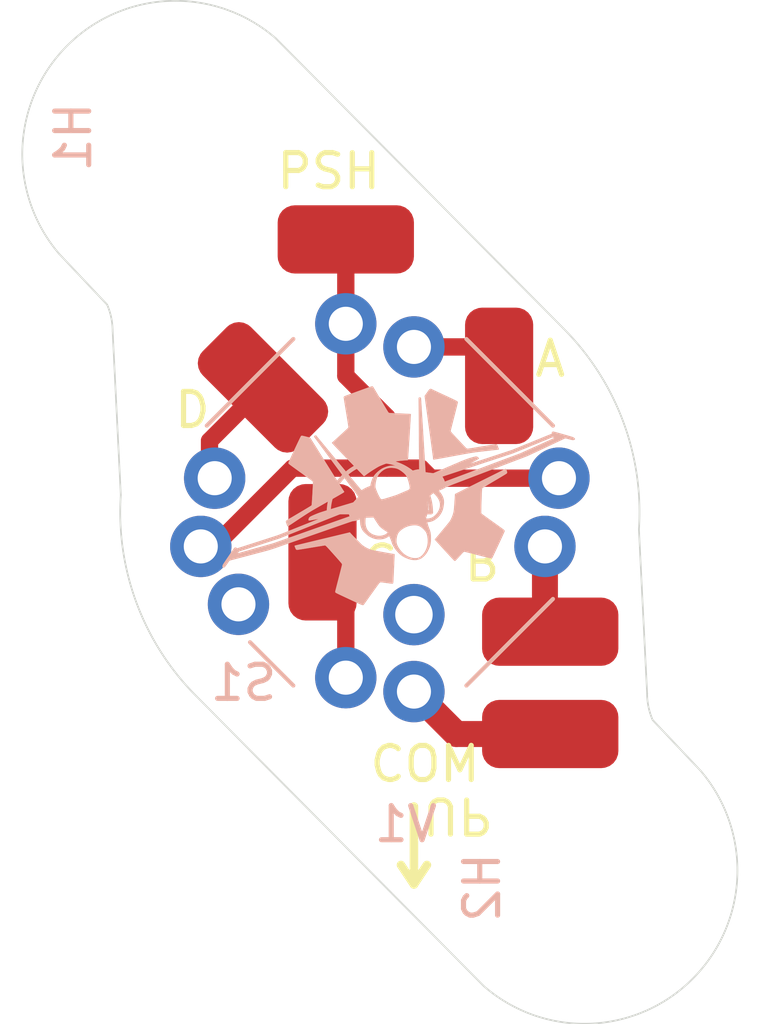
<source format=kicad_pcb>
(kicad_pcb (version 20221018) (generator pcbnew)
  (layers (0 "F.Cu" signal) (31 "B.Cu" signal) (34 "B.Paste" user) (35 "F.Paste" user) (36 "B.SilkS" user "B.Silkscreen") (37 "F.SilkS" user "F.Silkscreen") (38 "B.Mask" user) (39 "F.Mask" user) (44 "Edge.Cuts" user))
  (net 0 "")
  (net 1 "Net-(J1-Pad1)")
  (net 2 "Net-(J2-Pad1)")
  (net 3 "Net-(J3-Pad1)")
  (net 4 "Net-(J4-Pad1)")
  (net 5 "Net-(J5-Pad1)")
  (net 6 "Net-(J6-Pad1)")
  (footprint "KiCAD_Libraries:SolderWirePad_1x01_SMD_2x4mm" (layer "F.Cu") (at 121.340999 97.940999 180)
    (fp_text reference "J1" hide)
    (fp_text value "Conn_01x01")
    (pad "1" smd roundrect (at 0 0 180) (size 2 4) (layers "F.Cu" "F.Paste" "F.Mask") (net 1 "Net-(J1-Pad1)"))
  )
  (footprint "KiCAD_Libraries:SolderWirePad_1x01_SMD_2x4mm" (layer "F.Cu") (at 122.840999 105.440999 -90)
    (fp_text reference "J2" hide)
    (fp_text value "Conn_01x01")
    (pad "1" smd roundrect (at 0 0 270) (size 2 4) (layers "F.Cu" "F.Paste" "F.Mask") (net 2 "Net-(J2-Pad1)"))
  )
  (footprint "KiCAD_Libraries:SolderWirePad_1x01_SMD_2x4mm" (layer "F.Cu") (at 116.156807 103.112817)
    (fp_text reference "J3" hide)
    (fp_text value "Conn_01x01")
    (pad "1" smd roundrect (at 0 0) (size 2 4) (layers "F.Cu" "F.Paste" "F.Mask") (net 3 "Net-(J3-Pad1)"))
  )
  (footprint "KiCAD_Libraries:SolderWirePad_1x01_SMD_2x4mm" (layer "F.Cu") (at 114.410285 98.278225 45)
    (fp_text reference "J4" hide)
    (fp_text value "Conn_01x01")
    (pad "1" smd roundrect (at 0 0 45) (size 2 4) (layers "F.Cu" "F.Paste" "F.Mask") (net 4 "Net-(J4-Pad1)"))
  )
  (footprint "KiCAD_Libraries:SolderWirePad_1x01_SMD_2x4mm" (layer "F.Cu") (at 122.840999 108.440999 90)
    (fp_text reference "J6" hide)
    (fp_text value "Conn_01x01")
    (pad "1" smd roundrect (at 0 0 90) (size 2 4) (layers "F.Cu" "F.Paste" "F.Mask") (net 6 "Net-(J6-Pad1)"))
  )
  (footprint "KiCAD_Libraries:SolderWirePad_1x01_SMD_2x4mm" (layer "F.Cu") (at 116.840999 93.940999 90)
    (fp_text reference "J5" hide)
    (fp_text value "Conn_01x01")
    (pad "1" smd roundrect (at 0 0 90) (size 2 4) (layers "F.Cu" "F.Paste" "F.Mask") (net 5 "Net-(J5-Pad1)"))
  )
  (footprint "KiCAD_Libraries:RKJXM10" (layer "B.Cu") (at 117.840999 101.940999)
    (fp_text reference "S1" (at -4 5) (layer "B.SilkS") (effects (justify mirror)))
    (fp_text value "8WayHat_CenterPush" hide)
    (pad "" np_thru_hole circle (at 1 3) (size 1.8 1.8) (drill 1.1) (layers "*.Cu" "*.Mask"))
    (pad "A" thru_hole circle (at 1 -4.848) (size 1.8 1.8) (drill 1) (layers "*.Cu" "*.Mask") (net 1 "Net-(J1-Pad1)"))
    (pad "B" thru_hole circle (at 4.845 1) (size 1.8 1.8) (drill 1) (layers "*.Cu" "*.Mask") (net 2 "Net-(J2-Pad1)"))
    (pad "C" thru_hole circle (at -1 4.848) (size 1.8 1.8) (drill 1) (layers "*.Cu" "*.Mask") (net 3 "Net-(J3-Pad1)"))
    (pad "COM" thru_hole circle (at 1 5.256) (size 1.8 1.8) (drill 1) (layers "*.Cu" "*.Mask") (net 6 "Net-(J6-Pad1)"))
    (pad "D" thru_hole circle (at -4.848 -1) (size 1.8 1.8) (drill 1) (layers "*.Cu" "*.Mask") (net 4 "Net-(J4-Pad1)"))
    (pad "GND" thru_hole circle (at -4.15 2.698) (size 1.8 1.8) (drill 1) (layers "*.Cu" "*.Mask"))
    (pad "PUSH1" thru_hole circle (at -5.256 1) (size 1.8 1.8) (drill 1) (layers "*.Cu" "*.Mask") (net 5 "Net-(J5-Pad1)"))
    (pad "PUSH2" thru_hole circle (at -1 -5.526) (size 1.8 1.8) (drill 1) (layers "*.Cu" "*.Mask") (net 5 "Net-(J5-Pad1)"))
    (pad "PUSH3" thru_hole circle (at 5.256 -1) (size 1.8 1.8) (drill 1) (layers "*.Cu" "*.Mask") (net 5 "Net-(J5-Pad1)"))
  )
  (footprint "MountingHole:MountingHole_3mm" (layer "B.Cu") (at 123.840999 112.940999)
    (fp_text reference "H2" (at -3 0 270) (layer "B.SilkS") (effects (justify mirror)))
    (fp_text value "MountingHole")
    (pad "" np_thru_hole circle (at 0 0) (size 3 3) (drill 3) (layers "*.Cu" "*.Mask"))
  )
  (footprint "KiCAD_Libraries:OH_LOGO_NO_TEXT_11mm_5.9mm" (layer "B.Cu") (at 118.340999 101.440999 -160)
    (fp_text reference "G***" hide)
    (fp_text value "LOGO" hide)
  )
  (footprint "MountingHole:MountingHole_3mm" (layer "B.Cu") (at 111.840999 90.940999 180)
    (fp_text reference "H1" (at 3 0 270) (layer "B.SilkS") (effects (justify mirror)))
    (fp_text value "MountingHole")
    (pad "" np_thru_hole circle (at 0 0 180) (size 3 3) (drill 3) (layers "*.Cu" "*.Mask"))
  )
  (gr_line (start 112.452845 107.329153) (end 120.890999 115.830999) (stroke (width 0.05)) (layer "Edge.Cuts"))
  (gr_line (start 125.847621 108.030937) (end 127.252977 109.516447) (stroke (width 0.05)) (layer "Edge.Cuts"))
  (gr_line (start 125.444358 102.444322) (end 125.684156 107.250066) (stroke (width 0.05)) (layer "Edge.Cuts"))
  (gr_arc (start 127.252977 109.516447) (mid 127.006713 115.63049) (end 120.890999 115.830999) (stroke (width 0.05)) (layer "Edge.Cuts"))
  (gr_line (start 123.229153 96.552845) (end 114.790999 88.050999) (stroke (width 0.05)) (layer "Edge.Cuts"))
  (gr_arc (start 108.429021 94.365551) (mid 108.675285 88.251508) (end 114.790999 88.050999) (stroke (width 0.05)) (layer "Edge.Cuts"))
  (gr_arc (start 109.834377 95.851061) (mid 109.956537 96.233033) (end 109.997842 96.631932) (stroke (width 0.05)) (layer "Edge.Cuts"))
  (gr_line (start 110.23764 101.437676) (end 109.997842 96.631932) (stroke (width 0.05)) (layer "Edge.Cuts"))
  (gr_arc (start 112.452845 107.329153) (mid 110.708522 104.622822) (end 110.23764 101.437676) (stroke (width 0.05)) (layer "Edge.Cuts"))
  (gr_line (start 109.834377 95.851061) (end 108.429021 94.365551) (stroke (width 0.05)) (layer "Edge.Cuts"))
  (gr_arc (start 123.229153 96.552845) (mid 124.973476 99.259176) (end 125.444358 102.444322) (stroke (width 0.05)) (layer "Edge.Cuts"))
  (gr_arc (start 125.847621 108.030937) (mid 125.725461 107.648965) (end 125.684156 107.250066) (stroke (width 0.05)) (layer "Edge.Cuts"))
  (gr_text "V1" (at 118.602999 111.084999) (layer "B.SilkS") (effects (font (size 1 1)) (justify mirror)))
  (gr_text "PSH" (at 116.340999 91.940999) (layer "F.SilkS") (effects (font (size 1 1))))
  (gr_text "B" (at 120.840999 103.440999) (layer "F.SilkS") (effects (font (size 1 1))))
  (gr_text "D" (at 112.340999 98.940999) (layer "F.SilkS") (effects (font (size 1 1))))
  (gr_text "A" (at 122.840999 97.440999) (layer "F.SilkS") (effects (font (size 1 1))))
  (gr_text "C" (at 117.840999 103.440999) (layer "F.SilkS") (effects (font (size 1 1))))
  (gr_text "COM\n" (at 119.165208 109.320867) (layer "F.SilkS") (effects (font (size 1 1))))
  (gr_text "↑" (at 118.840999 111.940999 180) (layer "F.SilkS") (effects (font (size 3 2) (thickness 0.25)) (justify mirror)))
  (gr_text "UP" (at 120.126999 110.830999 180) (layer "F.SilkS") (effects (font (size 1 1)) (justify mirror)))
  (segment (start 121.188999 97.092999) (end 121.340999 96.940999) (width 0.508) (layer "F.Cu") (net 1))
  (segment (start 118.840999 97.092999) (end 121.188999 97.092999) (width 0.508) (layer "F.Cu") (net 1))
  (segment (start 122.685999 102.940999) (end 122.685999 105.285999) (width 0.762) (layer "F.Cu") (net 2))
  (segment (start 122.685999 105.285999) (end 122.840999 105.440999) (width 0.762) (layer "F.Cu") (net 2))
  (segment (start 116.840999 104.440999) (end 115.840999 103.440999) (width 0.508) (layer "F.Cu") (net 3))
  (segment (start 116.840999 106.788999) (end 116.840999 104.440999) (width 0.508) (layer "F.Cu") (net 3))
  (segment (start 115.840999 103.440999) (end 115.840999 102.940999) (width 0.508) (layer "F.Cu") (net 3))
  (segment (start 112.840999 99.847511) (end 112.840999 100.940999) (width 0.508) (layer "F.Cu") (net 4))
  (segment (start 114.410285 98.278225) (end 112.840999 99.847511) (width 0.508) (layer "F.Cu") (net 4))
  (segment (start 116.840999 96.414999) (end 116.840999 93.940999) (width 0.508) (layer "F.Cu") (net 5))
  (segment (start 118.046449 99.146449) (end 118.046449 100.646449) (width 0.508) (layer "F.Cu") (net 5))
  (segment (start 116.840999 96.414999) (end 116.840999 97.940999) (width 0.508) (layer "F.Cu") (net 5))
  (segment (start 115.274001 100.646449) (end 118.046449 100.646449) (width 0.508) (layer "F.Cu") (net 5))
  (segment (start 123.096999 100.940999) (end 119.340999 100.940999) (width 0.508) (layer "F.Cu") (net 5))
  (segment (start 112.584999 102.940999) (end 112.979451 102.940999) (width 0.508) (layer "F.Cu") (net 5))
  (segment (start 112.979451 102.940999) (end 115.274001 100.646449) (width 0.508) (layer "F.Cu") (net 5))
  (segment (start 119.046449 100.646449) (end 119.340999 100.940999) (width 0.508) (layer "F.Cu") (net 5))
  (segment (start 116.840999 97.940999) (end 118.046449 99.146449) (width 0.508) (layer "F.Cu") (net 5))
  (segment (start 118.046449 100.646449) (end 119.046449 100.646449) (width 0.508) (layer "F.Cu") (net 5))
  (segment (start 120.084999 108.440999) (end 122.840999 108.440999) (width 0.762) (layer "F.Cu") (net 6))
  (segment (start 118.840999 107.196999) (end 120.084999 108.440999) (width 0.762) (layer "F.Cu") (net 6))
)
</source>
